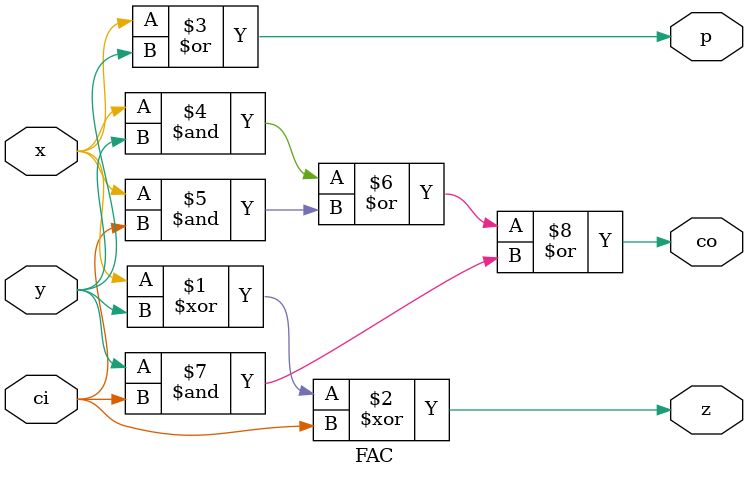
<source format=v>
module FAC(
    input ci, x, y, 
    output z, p, co
);
    assign z = x ^ y ^ ci;
    assign p = x | y;
    assign co = (x & y) | (x & ci) | (y & ci);
endmodule
</source>
